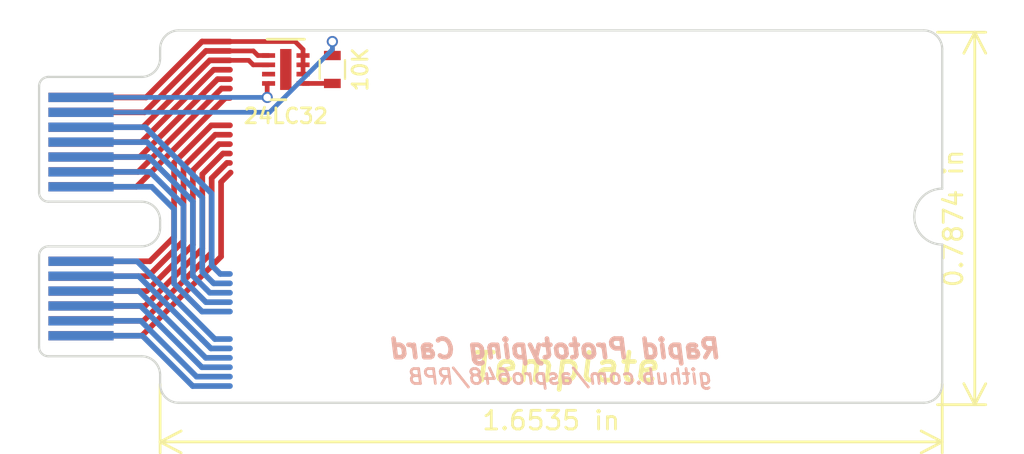
<source format=kicad_pcb>
(kicad_pcb (version 20171130) (host pcbnew "(5.1.10)-1")

  (general
    (thickness 1.6)
    (drawings 7)
    (tracks 120)
    (zones 0)
    (modules 3)
    (nets 28)
  )

  (page A)
  (title_block
    (title "Beetje 32U4 Blok")
    (date 2018-08-10)
    (rev 0.0)
    (company www.MakersBox.us)
    (comment 1 648.ken@gmail.com)
  )

  (layers
    (0 F.Cu signal)
    (31 B.Cu signal)
    (32 B.Adhes user)
    (33 F.Adhes user)
    (34 B.Paste user)
    (35 F.Paste user)
    (36 B.SilkS user)
    (37 F.SilkS user)
    (38 B.Mask user)
    (39 F.Mask user)
    (40 Dwgs.User user)
    (41 Cmts.User user)
    (42 Eco1.User user)
    (43 Eco2.User user)
    (44 Edge.Cuts user)
    (45 Margin user)
    (46 B.CrtYd user hide)
    (47 F.CrtYd user)
    (48 B.Fab user hide)
    (49 F.Fab user)
  )

  (setup
    (last_trace_width 0.254)
    (user_trace_width 0.3048)
    (user_trace_width 0.3556)
    (user_trace_width 0.4064)
    (user_trace_width 0.6096)
    (trace_clearance 0.2)
    (zone_clearance 0.35)
    (zone_45_only no)
    (trace_min 0.2)
    (via_size 0.6)
    (via_drill 0.4)
    (via_min_size 0.4)
    (via_min_drill 0.3)
    (uvia_size 0.3)
    (uvia_drill 0.1)
    (uvias_allowed no)
    (uvia_min_size 0.2)
    (uvia_min_drill 0.1)
    (edge_width 0.15)
    (segment_width 0.2)
    (pcb_text_width 0.3)
    (pcb_text_size 1.5 1.5)
    (mod_edge_width 0.15)
    (mod_text_size 1 1)
    (mod_text_width 0.15)
    (pad_size 0.5 3.500001)
    (pad_drill 0)
    (pad_to_mask_clearance 0)
    (aux_axis_origin 0 0)
    (visible_elements 7FFFFFFF)
    (pcbplotparams
      (layerselection 0x010f0_80000001)
      (usegerberextensions false)
      (usegerberattributes true)
      (usegerberadvancedattributes true)
      (creategerberjobfile true)
      (excludeedgelayer true)
      (linewidth 0.100000)
      (plotframeref false)
      (viasonmask false)
      (mode 1)
      (useauxorigin false)
      (hpglpennumber 1)
      (hpglpenspeed 20)
      (hpglpendiameter 15.000000)
      (psnegative false)
      (psa4output false)
      (plotreference true)
      (plotvalue true)
      (plotinvisibletext false)
      (padsonsilk false)
      (subtractmaskfromsilk false)
      (outputformat 1)
      (mirror false)
      (drillshape 0)
      (scaleselection 1)
      (outputdirectory "gerbers/"))
  )

  (net 0 "")
  (net 1 /10)
  (net 2 /01)
  (net 3 /02)
  (net 4 /04)
  (net 5 /05)
  (net 6 /06)
  (net 7 /07)
  (net 8 /08)
  (net 9 /09)
  (net 10 /11)
  (net 11 /12)
  (net 12 /13)
  (net 13 /14)
  (net 14 /15)
  (net 15 /16)
  (net 16 /17)
  (net 17 /18)
  (net 18 /19)
  (net 19 /20)
  (net 20 /03)
  (net 21 /D2_SDA)
  (net 22 GND)
  (net 23 /D3_SCL)
  (net 24 +5V)
  (net 25 /RESET)
  (net 26 "Net-(R1-Pad1)")
  (net 27 /A)

  (net_class Default "This is the default net class."
    (clearance 0.2)
    (trace_width 0.254)
    (via_dia 0.6)
    (via_drill 0.4)
    (uvia_dia 0.3)
    (uvia_drill 0.1)
    (add_net +5V)
    (add_net /01)
    (add_net /02)
    (add_net /03)
    (add_net /04)
    (add_net /05)
    (add_net /06)
    (add_net /07)
    (add_net /08)
    (add_net /09)
    (add_net /10)
    (add_net /11)
    (add_net /12)
    (add_net /13)
    (add_net /14)
    (add_net /15)
    (add_net /16)
    (add_net /17)
    (add_net /18)
    (add_net /19)
    (add_net /20)
    (add_net /A)
    (add_net /D2_SDA)
    (add_net /D3_SCL)
    (add_net /RESET)
    (add_net GND)
    (add_net "Net-(R1-Pad1)")
  )

  (module footprints:R_0603 (layer F.Cu) (tedit 636E7A48) (tstamp 637A3A85)
    (at 15.75 -18 90)
    (descr "Resistor SMD 0603, reflow soldering, Vishay (see dcrcw.pdf)")
    (tags "resistor 0603")
    (path /63EABA42)
    (attr smd)
    (fp_text reference R1 (at 3 0.25) (layer F.Fab)
      (effects (font (size 0.8 0.8) (thickness 0.15)))
    )
    (fp_text value 10K (at 0 1.5 270) (layer F.SilkS)
      (effects (font (size 0.8 0.8) (thickness 0.15)))
    )
    (fp_line (start -0.8 0.4) (end -0.8 -0.4) (layer F.Fab) (width 0.1))
    (fp_line (start 0.8 0.4) (end -0.8 0.4) (layer F.Fab) (width 0.1))
    (fp_line (start 0.8 -0.4) (end 0.8 0.4) (layer F.Fab) (width 0.1))
    (fp_line (start -0.8 -0.4) (end 0.8 -0.4) (layer F.Fab) (width 0.1))
    (fp_line (start 0.5 0.68) (end -0.5 0.68) (layer F.SilkS) (width 0.12))
    (fp_line (start -0.5 -0.68) (end 0.5 -0.68) (layer F.SilkS) (width 0.12))
    (fp_line (start -1.25 -0.7) (end 1.25 -0.7) (layer F.CrtYd) (width 0.05))
    (fp_line (start -1.25 -0.7) (end -1.25 0.7) (layer F.CrtYd) (width 0.05))
    (fp_line (start 1.25 0.7) (end 1.25 -0.7) (layer F.CrtYd) (width 0.05))
    (fp_line (start 1.25 0.7) (end -1.25 0.7) (layer F.CrtYd) (width 0.05))
    (fp_text user %R (at 0 0 270) (layer F.Fab)
      (effects (font (size 0.4 0.4) (thickness 0.075)))
    )
    (pad 1 smd rect (at -0.75 0 90) (size 0.5 0.9) (layers F.Cu F.Paste F.Mask)
      (net 26 "Net-(R1-Pad1)"))
    (pad 2 smd rect (at 0.75 0 90) (size 0.5 0.9) (layers F.Cu F.Paste F.Mask)
      (net 27 /A))
    (model ${KISYS3DMOD}/Resistors_SMD.3dshapes/R_0603.wrl
      (at (xyz 0 0 0))
      (scale (xyz 1 1 1))
      (rotate (xyz 0 0 0))
    )
  )

  (module Package_DFN_QFN:DFN-8-1EP_2x3mm_P0.5mm_EP0.61x2.2mm (layer F.Cu) (tedit 5EA4BD52) (tstamp 637A659A)
    (at 13.25 -18 180)
    (descr "DDB Package; 8-Lead Plastic DFN (3mm x 2mm) (see Linear Technology DFN_8_05-08-1702.pdf)")
    (tags "DFN 0.5")
    (path /63E7C52F)
    (attr smd)
    (fp_text reference U1 (at 0.5 3) (layer F.Fab)
      (effects (font (size 0.8 0.8) (thickness 0.15)))
    )
    (fp_text value 24LC32 (at 0 -2.5) (layer F.SilkS)
      (effects (font (size 0.8 0.8) (thickness 0.15)))
    )
    (fp_line (start 0 -1.625) (end 1 -1.625) (layer F.SilkS) (width 0.15))
    (fp_line (start -1 1.625) (end 1 1.625) (layer F.SilkS) (width 0.15))
    (fp_line (start -1.55 1.8) (end 1.55 1.8) (layer F.CrtYd) (width 0.05))
    (fp_line (start -1.55 -1.8) (end 1.55 -1.8) (layer F.CrtYd) (width 0.05))
    (fp_line (start 1.55 -1.8) (end 1.55 1.8) (layer F.CrtYd) (width 0.05))
    (fp_line (start -1.55 -1.8) (end -1.55 1.8) (layer F.CrtYd) (width 0.05))
    (fp_line (start -1 -1) (end -0.5 -1.5) (layer F.Fab) (width 0.15))
    (fp_line (start -1 1.5) (end -1 -1) (layer F.Fab) (width 0.15))
    (fp_line (start 1 1.5) (end -1 1.5) (layer F.Fab) (width 0.15))
    (fp_line (start 1 -1.5) (end 1 1.5) (layer F.Fab) (width 0.15))
    (fp_line (start -0.5 -1.5) (end 1 -1.5) (layer F.Fab) (width 0.15))
    (fp_text user %R (at 0 0 90) (layer F.Fab)
      (effects (font (size 0.5 0.5) (thickness 0.075)))
    )
    (pad 1 smd rect (at -0.925 -0.75 180) (size 0.7 0.25) (layers F.Cu F.Paste F.Mask)
      (net 26 "Net-(R1-Pad1)"))
    (pad 2 smd rect (at -0.925 -0.25 180) (size 0.7 0.25) (layers F.Cu F.Paste F.Mask)
      (net 22 GND))
    (pad 3 smd rect (at -0.925 0.25 180) (size 0.7 0.25) (layers F.Cu F.Paste F.Mask)
      (net 22 GND))
    (pad 4 smd rect (at -0.925 0.75 180) (size 0.7 0.25) (layers F.Cu F.Paste F.Mask)
      (net 22 GND))
    (pad 5 smd rect (at 0.925 0.75 180) (size 0.7 0.25) (layers F.Cu F.Paste F.Mask)
      (net 21 /D2_SDA))
    (pad 6 smd rect (at 0.925 0.25 180) (size 0.7 0.25) (layers F.Cu F.Paste F.Mask)
      (net 23 /D3_SCL))
    (pad 7 smd rect (at 0.925 -0.25 180) (size 0.7 0.25) (layers F.Cu F.Paste F.Mask))
    (pad 8 smd rect (at 0.925 -0.75 180) (size 0.7 0.25) (layers F.Cu F.Paste F.Mask)
      (net 24 +5V))
    (pad 9 smd rect (at 0 0 180) (size 0.61 2.2) (layers F.Cu F.Mask))
    (pad "" smd rect (at 0 -0.734 180) (size 0.5 0.59) (layers F.Paste))
    (pad "" smd rect (at 0 0 180) (size 0.5 0.59) (layers F.Paste))
    (pad "" smd rect (at 0 0.734 180) (size 0.5 0.59) (layers F.Paste))
    (model ${KISYS3DMOD}/Package_DFN_QFN.3dshapes/DFN-8-1EP_2x3mm_P0.5mm_EP0.61x2.2mm.wrl
      (at (xyz 0 0 0))
      (scale (xyz 1 1 1))
      (rotate (xyz 0 0 0))
    )
  )

  (module footprints:MEC8-113-CARD locked (layer F.Cu) (tedit 63798F08) (tstamp 6379EB30)
    (at 0 -0.1 90)
    (path /63771AB0)
    (fp_text reference X0 (at 4.375 -1.25 90) (layer F.Fab)
      (effects (font (size 1 1) (thickness 0.15)))
    )
    (fp_text value "Card Edge" (at 10.9 -1 90) (layer F.Fab)
      (effects (font (size 1 1) (thickness 0.15)))
    )
    (fp_line (start 0 47.5) (end 0 7.5) (layer Edge.Cuts) (width 0.12))
    (fp_line (start 20 7.5) (end 20 47.5) (layer Edge.Cuts) (width 0.12))
    (fp_line (start 11.5 48.5) (end 19 48.5) (layer Edge.Cuts) (width 0.12))
    (fp_line (start 8.5 48.5) (end 1 48.5) (layer Edge.Cuts) (width 0.12))
    (fp_line (start 10 8.5) (end 10 45.5) (layer Dwgs.User) (width 0.12))
    (fp_line (start 1 6.5) (end 1.5 6.5) (layer Edge.Cuts) (width 0.12))
    (fp_line (start 18.5 6.5) (end 19 6.5) (layer Edge.Cuts) (width 0.12))
    (fp_line (start 17.5 0.5) (end 17.5 5.5) (layer Edge.Cuts) (width 0.12))
    (fp_line (start 2.5 0.5) (end 2.5 5.5) (layer Edge.Cuts) (width 0.12))
    (fp_line (start 8.4 0.5) (end 8.4 5.5) (layer Edge.Cuts) (width 0.12))
    (fp_line (start 10.8 5.5) (end 10.8 0.5) (layer Edge.Cuts) (width 0.12))
    (fp_line (start 9.4 6.5) (end 9.8 6.5) (layer Edge.Cuts) (width 0.12))
    (fp_line (start 3 0) (end 7.9 0) (layer Edge.Cuts) (width 0.12))
    (fp_line (start 17 0) (end 11.3 0) (layer Edge.Cuts) (width 0.12))
    (fp_arc (start 10 48.5) (end 11.5 48.5) (angle -180) (layer Edge.Cuts) (width 0.12))
    (fp_arc (start 19 47.5) (end 19 48.5) (angle -90) (layer Edge.Cuts) (width 0.12))
    (fp_arc (start 1 47.5) (end 0 47.5) (angle -90) (layer Edge.Cuts) (width 0.12))
    (fp_arc (start 1 7.5) (end 1 6.5) (angle -90) (layer Edge.Cuts) (width 0.12))
    (fp_arc (start 19 7.5) (end 20 7.5) (angle -90) (layer Edge.Cuts) (width 0.12))
    (fp_arc (start 18.5 5.5) (end 17.5 5.5) (angle -90) (layer Edge.Cuts) (width 0.12))
    (fp_arc (start 1.5 5.5) (end 1.5 6.5) (angle -90) (layer Edge.Cuts) (width 0.12))
    (fp_arc (start 9.4 5.5) (end 8.4 5.5) (angle -90) (layer Edge.Cuts) (width 0.12))
    (fp_arc (start 9.8 5.5) (end 9.8 6.5) (angle -90) (layer Edge.Cuts) (width 0.12))
    (fp_arc (start 7.9 0.5) (end 8.4 0.5) (angle -90) (layer Edge.Cuts) (width 0.12))
    (fp_arc (start 11.3 0.5) (end 11.3 0) (angle -90) (layer Edge.Cuts) (width 0.12))
    (fp_arc (start 17 0.5) (end 17.5 0.5) (angle -90) (layer Edge.Cuts) (width 0.12))
    (fp_arc (start 3 0.5) (end 3 0) (angle -90) (layer Edge.Cuts) (width 0.12))
    (pad 14 smd rect (at 3.6 2.25 90) (size 0.5 3.5) (layers F.Cu F.Paste F.Mask)
      (net 10 /11))
    (pad 1 smd rect (at 3.6 2.25 90) (size 0.5 3.5) (layers B.Cu B.Paste B.Mask)
      (net 2 /01))
    (pad 15 smd rect (at 4.4 2.25 90) (size 0.5 3.5) (layers F.Cu F.Paste F.Mask)
      (net 11 /12))
    (pad 2 smd rect (at 4.4 2.25 90) (size 0.5 3.5) (layers B.Cu B.Paste B.Mask)
      (net 3 /02))
    (pad 16 smd rect (at 5.2 2.25 90) (size 0.5 3.5) (layers F.Cu F.Paste F.Mask)
      (net 12 /13))
    (pad 3 smd rect (at 5.2 2.25 90) (size 0.5 3.5) (layers B.Cu B.Paste B.Mask)
      (net 20 /03))
    (pad 17 smd rect (at 6 2.25 90) (size 0.5 3.5) (layers F.Cu F.Paste F.Mask)
      (net 13 /14))
    (pad 4 smd rect (at 6 2.25 90) (size 0.5 3.5) (layers B.Cu B.Paste B.Mask)
      (net 4 /04))
    (pad 18 smd rect (at 6.8 2.25 90) (size 0.5 3.5) (layers F.Cu F.Paste F.Mask)
      (net 14 /15))
    (pad 5 smd rect (at 6.8 2.25 90) (size 0.5 3.5) (layers B.Cu B.Paste B.Mask)
      (net 5 /05))
    (pad 19 smd rect (at 7.6 2.25 90) (size 0.5 3.5) (layers F.Cu F.Paste F.Mask)
      (net 15 /16))
    (pad 6 smd rect (at 7.6 2.25 90) (size 0.5 3.5) (layers B.Cu B.Paste B.Mask)
      (net 6 /06))
    (pad 20 smd rect (at 11.6 2.25 90) (size 0.5 3.5) (layers F.Cu F.Paste F.Mask)
      (net 16 /17))
    (pad 7 smd rect (at 11.6 2.25 90) (size 0.5 3.5) (layers B.Cu B.Paste B.Mask)
      (net 7 /07))
    (pad 21 smd rect (at 12.4 2.25 90) (size 0.5 3.5) (layers F.Cu F.Paste F.Mask)
      (net 17 /18))
    (pad 8 smd rect (at 12.4 2.25 90) (size 0.5 3.5) (layers B.Cu B.Paste B.Mask)
      (net 8 /08))
    (pad 22 smd rect (at 13.2 2.25 90) (size 0.5 3.5) (layers F.Cu F.Paste F.Mask)
      (net 18 /19))
    (pad 9 smd rect (at 13.2 2.25 90) (size 0.5 3.5) (layers B.Cu B.Paste B.Mask)
      (net 9 /09))
    (pad 23 smd rect (at 14 2.25 90) (size 0.5 3.5) (layers F.Cu F.Paste F.Mask)
      (net 19 /20))
    (pad 10 smd rect (at 14 2.25 90) (size 0.5 3.5) (layers B.Cu B.Paste B.Mask)
      (net 1 /10))
    (pad 24 smd rect (at 14.8 2.25 90) (size 0.5 3.5) (layers F.Cu F.Paste F.Mask)
      (net 23 /D3_SCL))
    (pad 11 smd rect (at 14.8 2.25 90) (size 0.5 3.5) (layers B.Cu B.Paste B.Mask)
      (net 25 /RESET))
    (pad 25 smd rect (at 15.6 2.25 90) (size 0.5 3.5) (layers F.Cu F.Paste F.Mask)
      (net 21 /D2_SDA))
    (pad 12 smd rect (at 15.6 2.25 90) (size 0.5 3.5) (layers B.Cu B.Paste B.Mask)
      (net 27 /A))
    (pad 26 smd rect (at 16.4 2.25 90) (size 0.5 3.5) (layers F.Cu F.Paste F.Mask)
      (net 22 GND))
    (pad 13 smd rect (at 16.4 2.25 90) (size 0.5 3.5) (layers B.Cu B.Paste B.Mask)
      (net 24 +5V))
  )

  (gr_text github.com/aspro648/RPB (at 28 -1.5) (layer B.SilkS)
    (effects (font (size 0.8 0.8) (thickness 0.15) italic) (justify mirror))
  )
  (gr_line (start 9.75 -19.5) (end 9.75 -0.5) (layer Dwgs.User) (width 0.15))
  (gr_text Template (at 28.25 -2) (layer F.SilkS)
    (effects (font (size 1.5 1.5) (thickness 0.25) italic))
  )
  (gr_text "Rapid Prototyping Card" (at 27.75 -3) (layer B.SilkS)
    (effects (font (size 1 1) (thickness 0.25) italic) (justify mirror))
  )
  (gr_line (start 27.25 -1) (end 27.25 -19) (layer Dwgs.User) (width 0.15))
  (dimension 42 (width 0.15) (layer F.SilkS)
    (gr_text "42 mm" (at 27.5 3.3) (layer F.SilkS)
      (effects (font (size 1 1) (thickness 0.15)))
    )
    (feature1 (pts (xy 48.5 -1.1) (xy 48.5 2.586421)))
    (feature2 (pts (xy 6.5 -1.1) (xy 6.5 2.586421)))
    (crossbar (pts (xy 6.5 2) (xy 48.5 2)))
    (arrow1a (pts (xy 48.5 2) (xy 47.373496 2.586421)))
    (arrow1b (pts (xy 48.5 2) (xy 47.373496 1.413579)))
    (arrow2a (pts (xy 6.5 2) (xy 7.626504 2.586421)))
    (arrow2b (pts (xy 6.5 2) (xy 7.626504 1.413579)))
  )
  (dimension 20 (width 0.15) (layer F.SilkS)
    (gr_text "20.000 mm" (at 51.55 -10 90) (layer F.SilkS)
      (effects (font (size 1 1) (thickness 0.15)))
    )
    (feature1 (pts (xy 48.25 -20) (xy 50.836421 -20)))
    (feature2 (pts (xy 48.25 0) (xy 50.836421 0)))
    (crossbar (pts (xy 50.25 0) (xy 50.25 -20)))
    (arrow1a (pts (xy 50.25 -20) (xy 50.836421 -18.873496)))
    (arrow1b (pts (xy 50.25 -20) (xy 49.663579 -18.873496)))
    (arrow2a (pts (xy 50.25 0) (xy 50.836421 -1.126504)))
    (arrow2b (pts (xy 50.25 0) (xy 49.663579 -1.126504)))
  )

  (segment (start 9.377294 -6.51443) (end 10.25 -6.51443) (width 0.3048) (layer B.Cu) (net 1))
  (segment (start 8.76443 -7.127294) (end 9.320862 -6.570862) (width 0.3048) (layer B.Cu) (net 1))
  (segment (start 8.76443 -11.127297) (end 8.76443 -7.127294) (width 0.3048) (layer B.Cu) (net 1))
  (segment (start 9.320862 -6.570862) (end 9.377294 -6.51443) (width 0.3048) (layer B.Cu) (net 1))
  (segment (start 8.468719 -11.423008) (end 8.76443 -11.127297) (width 0.3048) (layer B.Cu) (net 1))
  (segment (start 5.791726 -14.1) (end 8.468719 -11.423008) (width 0.3048) (layer B.Cu) (net 1))
  (segment (start 2.25 -14.1) (end 5.791726 -14.1) (width 0.3048) (layer B.Cu) (net 1) (status 10))
  (segment (start 8.25 -1) (end 10.25 -1) (width 0.3048) (layer B.Cu) (net 2))
  (segment (start 5.55 -3.7) (end 8.25 -1) (width 0.3048) (layer B.Cu) (net 2))
  (segment (start 2.25 -3.7) (end 5.55 -3.7) (width 0.3048) (layer B.Cu) (net 2) (status 10))
  (segment (start 2.25 -4.5) (end 5.463908 -4.5) (width 0.3048) (layer B.Cu) (net 3) (status 10))
  (segment (start 8.459098 -1.50481) (end 10.25 -1.50481) (width 0.3048) (layer B.Cu) (net 3))
  (segment (start 5.463908 -4.5) (end 8.459098 -1.50481) (width 0.3048) (layer B.Cu) (net 3))
  (segment (start 5.363908 -6.1) (end 8.949478 -2.51443) (width 0.3048) (layer B.Cu) (net 4))
  (segment (start 8.949478 -2.51443) (end 10.25 -2.51443) (width 0.3048) (layer B.Cu) (net 4))
  (segment (start 2.25 -6.1) (end 5.363908 -6.1) (width 0.3048) (layer B.Cu) (net 4) (status 10))
  (segment (start 2.25 -6.9) (end 5.35 -6.9) (width 0.3048) (layer B.Cu) (net 5) (status 10))
  (segment (start 9.23076 -3.01924) (end 10.25 -3.01924) (width 0.3048) (layer B.Cu) (net 5))
  (segment (start 5.35 -6.9) (end 8.75 -3.5) (width 0.3048) (layer B.Cu) (net 5))
  (segment (start 8.75 -3.5) (end 9.23076 -3.01924) (width 0.3048) (layer B.Cu) (net 5))
  (segment (start 9.439858 -3.52405) (end 10.25 -3.52405) (width 0.3048) (layer B.Cu) (net 6))
  (segment (start 5.263908 -7.7) (end 9.439858 -3.52405) (width 0.3048) (layer B.Cu) (net 6))
  (segment (start 2.25 -7.7) (end 5.263908 -7.7) (width 0.3048) (layer B.Cu) (net 6) (status 10))
  (segment (start 6.05 -11.7) (end 7.25 -10.5) (width 0.3048) (layer B.Cu) (net 7))
  (segment (start 7.25 -6.5) (end 8.75 -5) (width 0.3048) (layer B.Cu) (net 7))
  (segment (start 8.75 -5) (end 10.25 -5) (width 0.3048) (layer B.Cu) (net 7))
  (segment (start 7.25 -10.5) (end 7.25 -6.5) (width 0.3048) (layer B.Cu) (net 7))
  (segment (start 2.25 -11.7) (end 6.05 -11.7) (width 0.3048) (layer B.Cu) (net 7) (status 10))
  (segment (start 2.25 -12.5) (end 5.963908 -12.5) (width 0.3048) (layer B.Cu) (net 8) (status 10))
  (segment (start 7.75481 -10.709099) (end 7.75481 -6.709098) (width 0.3048) (layer B.Cu) (net 8))
  (segment (start 5.963908 -12.5) (end 7.75481 -10.709099) (width 0.3048) (layer B.Cu) (net 8))
  (segment (start 8.959098 -5.50481) (end 10.25 -5.50481) (width 0.3048) (layer B.Cu) (net 8))
  (segment (start 7.75481 -6.709098) (end 8.959098 -5.50481) (width 0.3048) (layer B.Cu) (net 8))
  (segment (start 2.25 -13.3) (end 5.877817 -13.3) (width 0.3048) (layer B.Cu) (net 9) (status 10))
  (segment (start 9.168196 -6.00962) (end 10.25 -6.00962) (width 0.3048) (layer B.Cu) (net 9))
  (segment (start 8.963908 -6.213908) (end 9.168196 -6.00962) (width 0.3048) (layer B.Cu) (net 9))
  (segment (start 8.25962 -6.918196) (end 8.963908 -6.213908) (width 0.3048) (layer B.Cu) (net 9))
  (segment (start 8.25962 -10.918198) (end 8.25962 -6.918196) (width 0.3048) (layer B.Cu) (net 9))
  (segment (start 5.877817 -13.3) (end 8.25962 -10.918198) (width 0.3048) (layer B.Cu) (net 9))
  (segment (start 9.77405 -11.95451) (end 10.28477 -12.46523) (width 0.3048) (layer F.Cu) (net 10))
  (segment (start 9.77405 -7.954505) (end 9.77405 -11.95451) (width 0.3048) (layer F.Cu) (net 10))
  (segment (start 5.519543 -3.7) (end 9.77405 -7.954505) (width 0.3048) (layer F.Cu) (net 10))
  (segment (start 2.25 -3.7) (end 5.519543 -3.7) (width 0.3048) (layer F.Cu) (net 10) (status 10))
  (segment (start 10.086392 -12.98076) (end 10.25 -12.98076) (width 0.3048) (layer F.Cu) (net 11))
  (segment (start 9.26924 -12.163608) (end 10.086392 -12.98076) (width 0.3048) (layer F.Cu) (net 11))
  (segment (start 9.26924 -8.163604) (end 9.26924 -12.163608) (width 0.3048) (layer F.Cu) (net 11))
  (segment (start 5.605634 -4.5) (end 9.26924 -8.163604) (width 0.3048) (layer F.Cu) (net 11))
  (segment (start 2.25 -4.5) (end 5.605634 -4.5) (width 0.3048) (layer F.Cu) (net 11) (status 10))
  (segment (start 9.877294 -13.48557) (end 10.25 -13.48557) (width 0.3048) (layer F.Cu) (net 12))
  (segment (start 5.691725 -5.3) (end 8.76443 -8.372703) (width 0.3048) (layer F.Cu) (net 12))
  (segment (start 8.76443 -12.372706) (end 9.877294 -13.48557) (width 0.3048) (layer F.Cu) (net 12))
  (segment (start 8.76443 -8.372703) (end 8.76443 -12.372706) (width 0.3048) (layer F.Cu) (net 12))
  (segment (start 2.25 -5.3) (end 5.691725 -5.3) (width 0.3048) (layer F.Cu) (net 12) (status 10))
  (segment (start 10.25 -13.99038) (end 9.668196 -13.99038) (width 0.3048) (layer F.Cu) (net 13))
  (segment (start 8.25962 -8.581802) (end 5.777817 -6.1) (width 0.3048) (layer F.Cu) (net 13))
  (segment (start 8.25962 -12.581804) (end 8.25962 -8.581802) (width 0.3048) (layer F.Cu) (net 13))
  (segment (start 9.668196 -13.99038) (end 8.25962 -12.581804) (width 0.3048) (layer F.Cu) (net 13))
  (segment (start 5.777817 -6.1) (end 2.25 -6.1) (width 0.3048) (layer F.Cu) (net 13) (status 20))
  (segment (start 2.25 -6.9) (end 5.863908 -6.9) (width 0.3048) (layer F.Cu) (net 14) (status 10))
  (segment (start 7.75481 -8.790901) (end 7.75481 -11) (width 0.3048) (layer F.Cu) (net 14))
  (segment (start 9.459098 -14.49519) (end 10.25 -14.49519) (width 0.3048) (layer F.Cu) (net 14))
  (segment (start 5.863908 -6.9) (end 7.75481 -8.790901) (width 0.3048) (layer F.Cu) (net 14))
  (segment (start 7.75481 -12.790902) (end 8.356954 -13.393046) (width 0.3048) (layer F.Cu) (net 14))
  (segment (start 8.356954 -13.393046) (end 9.459098 -14.49519) (width 0.3048) (layer F.Cu) (net 14))
  (segment (start 7.75481 -11) (end 7.75481 -12.790902) (width 0.3048) (layer F.Cu) (net 14))
  (segment (start 7.25 -9) (end 7.25 -13) (width 0.3048) (layer F.Cu) (net 15))
  (segment (start 5.95 -7.7) (end 7.25 -9) (width 0.3048) (layer F.Cu) (net 15))
  (segment (start 7.25 -13) (end 9.25 -15) (width 0.3048) (layer F.Cu) (net 15))
  (segment (start 2.25 -7.7) (end 5.95 -7.7) (width 0.3048) (layer F.Cu) (net 15) (status 10))
  (segment (start 9.25 -15) (end 10.25 -15) (width 0.3048) (layer F.Cu) (net 15))
  (segment (start 2.25 -11.7) (end 5.233448 -11.7) (width 0.3048) (layer F.Cu) (net 16) (status 10))
  (segment (start 10.004588 -16.47114) (end 10.25 -16.47114) (width 0.3048) (layer F.Cu) (net 16))
  (segment (start 5.233448 -11.7) (end 10.004588 -16.47114) (width 0.3048) (layer F.Cu) (net 16))
  (segment (start 5.31954 -12.5) (end 9.79549 -16.97595) (width 0.3048) (layer F.Cu) (net 17))
  (segment (start 2.25 -12.5) (end 5.31954 -12.5) (width 0.3048) (layer F.Cu) (net 17) (status 10))
  (segment (start 9.79549 -16.97595) (end 10.25 -16.97595) (width 0.3048) (layer F.Cu) (net 17))
  (segment (start 2.25 -13.3) (end 5.405632 -13.3) (width 0.3048) (layer F.Cu) (net 18) (status 10))
  (segment (start 5.405632 -13.3) (end 9.586392 -17.48076) (width 0.3048) (layer F.Cu) (net 18))
  (segment (start 9.586392 -17.48076) (end 10.25 -17.48076) (width 0.3048) (layer F.Cu) (net 18))
  (segment (start 9.377294 -17.98557) (end 10.25 -17.98557) (width 0.3048) (layer F.Cu) (net 19))
  (segment (start 2.25 -14.1) (end 5.491724 -14.1) (width 0.3048) (layer F.Cu) (net 19) (status 10))
  (segment (start 5.491724 -14.1) (end 9.377294 -17.98557) (width 0.3048) (layer F.Cu) (net 19))
  (segment (start 8.74038 -2.00962) (end 10.25 -2.00962) (width 0.3048) (layer B.Cu) (net 20))
  (segment (start 5.45 -5.3) (end 8.74038 -2.00962) (width 0.3048) (layer B.Cu) (net 20))
  (segment (start 2.25 -5.3) (end 5.45 -5.3) (width 0.3048) (layer B.Cu) (net 20) (status 10))
  (segment (start 8.959098 -18.99519) (end 10.25 -18.99519) (width 0.3048) (layer F.Cu) (net 21))
  (segment (start 5.663908 -15.7) (end 8.959098 -18.99519) (width 0.3048) (layer F.Cu) (net 21))
  (segment (start 2.25 -15.7) (end 5.663908 -15.7) (width 0.3048) (layer F.Cu) (net 21) (status 10))
  (segment (start 12.325 -18.75) (end 11.75 -18.75) (width 0.254) (layer F.Cu) (net 21))
  (segment (start 11.75 -18.75) (end 11.50481 -18.99519) (width 0.254) (layer F.Cu) (net 21))
  (segment (start 11.50481 -18.99519) (end 10.25 -18.99519) (width 0.254) (layer F.Cu) (net 21))
  (segment (start 8.75 -19.5) (end 10.25 -19.5) (width 0.3048) (layer F.Cu) (net 22))
  (segment (start 5.75 -16.5) (end 8.75 -19.5) (width 0.3048) (layer F.Cu) (net 22))
  (segment (start 2.25 -16.5) (end 5.75 -16.5) (width 0.3048) (layer F.Cu) (net 22) (status 10))
  (segment (start 14.175 -18.75) (end 14.175 -18.25) (width 0.254) (layer F.Cu) (net 22))
  (segment (start 14.175 -18.75) (end 14.175 -19.075) (width 0.254) (layer F.Cu) (net 22))
  (segment (start 14.175 -19.075) (end 13.75 -19.5) (width 0.254) (layer F.Cu) (net 22))
  (segment (start 14.175 -18.25) (end 14.175 -17.75) (width 0.254) (layer F.Cu) (net 22))
  (segment (start 13.75 -19.5) (end 10.25 -19.5) (width 0.254) (layer F.Cu) (net 22))
  (segment (start 9.168196 -18.49038) (end 10.25 -18.49038) (width 0.3048) (layer F.Cu) (net 23))
  (segment (start 5.577816 -14.9) (end 9.168196 -18.49038) (width 0.3048) (layer F.Cu) (net 23))
  (segment (start 2.25 -14.9) (end 5.577816 -14.9) (width 0.3048) (layer F.Cu) (net 23) (status 10))
  (segment (start 11.5 -18.25) (end 11.25962 -18.49038) (width 0.254) (layer F.Cu) (net 23))
  (segment (start 11.25962 -18.49038) (end 10.25 -18.49038) (width 0.254) (layer F.Cu) (net 23))
  (segment (start 12.325 -18.25) (end 11.5 -18.25) (width 0.254) (layer F.Cu) (net 23))
  (via (at 12.25 -16.5) (size 0.6) (drill 0.4) (layers F.Cu B.Cu) (net 24))
  (segment (start 12.25 -17.175) (end 12.325 -17.25) (width 0.254) (layer F.Cu) (net 24))
  (segment (start 2.25 -16.5) (end 12.25 -16.5) (width 0.254) (layer B.Cu) (net 24))
  (segment (start 12.25 -16.5) (end 12.25 -17.175) (width 0.254) (layer F.Cu) (net 24))
  (segment (start 9.26924 -11.336396) (end 9.26924 -7.48076) (width 0.3048) (layer B.Cu) (net 25))
  (segment (start 9.73076 -7.01924) (end 10.25 -7.01924) (width 0.3048) (layer B.Cu) (net 25))
  (segment (start 9.26924 -7.48076) (end 9.73076 -7.01924) (width 0.3048) (layer B.Cu) (net 25))
  (segment (start 5.705635 -14.9) (end 9.26924 -11.336396) (width 0.3048) (layer B.Cu) (net 25))
  (segment (start 2.25 -14.9) (end 5.705635 -14.9) (width 0.3048) (layer B.Cu) (net 25) (status 10))
  (segment (start 14.175 -17.25) (end 15.75 -17.25) (width 0.254) (layer F.Cu) (net 26))
  (via (at 15.75 -19.5) (size 0.6) (drill 0.4) (layers F.Cu B.Cu) (net 27))
  (segment (start 12.377962 -15.7) (end 15.75 -19.072038) (width 0.254) (layer B.Cu) (net 27))
  (segment (start 15.75 -19.072038) (end 15.75 -19.5) (width 0.254) (layer B.Cu) (net 27))
  (segment (start 2.25 -15.7) (end 12.377962 -15.7) (width 0.254) (layer B.Cu) (net 27))
  (segment (start 15.75 -19.5) (end 15.75 -18.75) (width 0.254) (layer F.Cu) (net 27))

)

</source>
